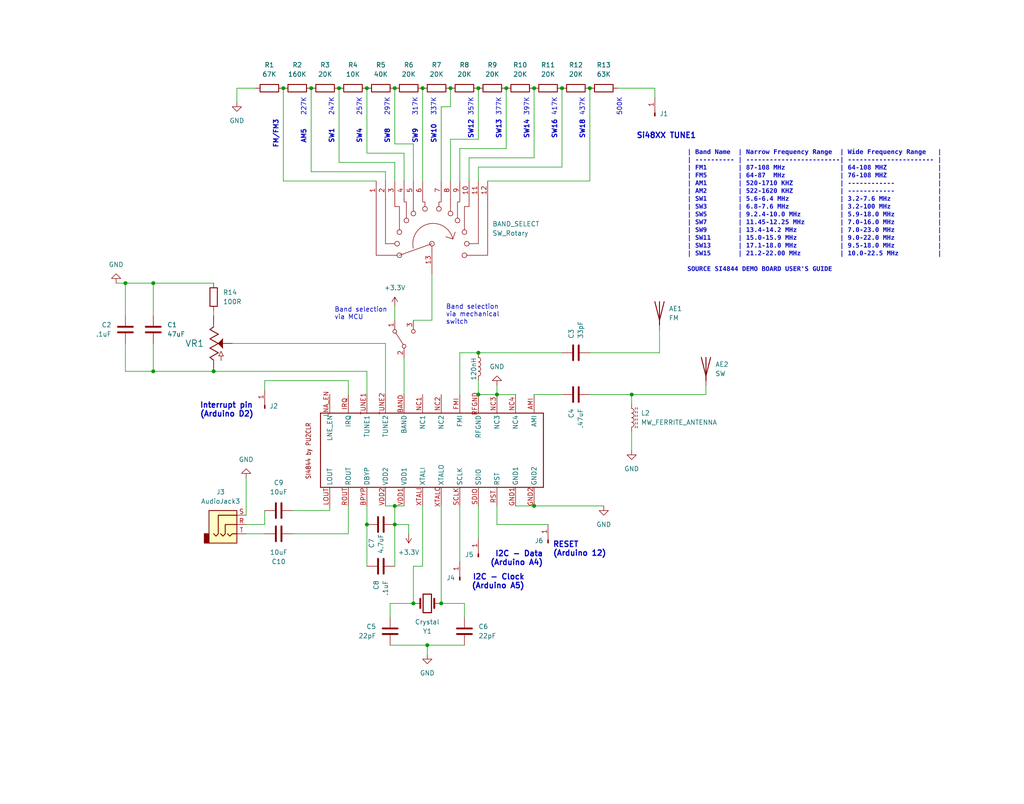
<source format=kicad_sch>
(kicad_sch (version 20230121) (generator eeschema)
  (paper "User" 280.01 220.015)
  (title_block (title "Si4827/44 Band setup example") (rev "1.0") (company "Ricardo Lima Caratti"))
  (lib_symbols
    (symbol "Connector:Conn_01x01_Pin" (pin_names (offset 1.016) hide)
      (property "Reference" "J" (at 0 2.54 0))
      (property "Value" "Conn_01x01_Pin" (at 0 -2.54 0))
      (symbol "Conn_01x01_Pin_1_1"
        (polyline (pts (xy 1.27 0) (xy 0.8636 0)) (stroke (width 0.1524)))
        (rectangle (start 0.8636 0.127) (end 0 -0.127) (stroke (width 0.1524)) (fill (type outline)))
        (pin passive line (at 5.08 0 180) (length 3.81) (name "Pin_1") (number "1"))
      )
    )
    (symbol "Connector_Audio:AudioJack3"
      (property "Reference" "J" (at 0 8.89 0))
      (property "Value" "AudioJack3" (at 0 6.35 0))
      (symbol "AudioJack3_0_1"
        (rectangle (start -5.08 -5.08) (end -6.35 -2.54) (stroke (width 0.254)) (fill (type outline)))
        (polyline (pts (xy 0 -2.54) (xy 0.635 -3.175) (xy 1.27 -2.54) (xy 2.54 -2.54)) (stroke (width 0.254)))
        (polyline (pts (xy -1.905 -2.54) (xy -1.27 -3.175) (xy -0.635 -2.54) (xy -0.635 0) (xy 2.54 0)) (stroke (width 0.254)))
        (polyline (pts (xy 2.54 2.54) (xy -2.54 2.54) (xy -2.54 -2.54) (xy -3.175 -3.175) (xy -3.81 -2.54)) (stroke (width 0.254)))
        (rectangle (start 2.54 3.81) (end -5.08 -5.08) (stroke (width 0.254)) (fill (type background)))
      )
      (symbol "AudioJack3_1_1"
        (pin passive line (at 5.08 0 180) (length 2.54) (name "~") (number "R"))
        (pin passive line (at 5.08 2.54 180) (length 2.54) (name "~") (number "S"))
        (pin passive line (at 5.08 -2.54 180) (length 2.54) (name "~") (number "T"))
      )
    )
    (symbol "Device:Antenna" (pin_numbers hide) (pin_names (offset 1.016) hide)
      (property "Reference" "AE" (at -1.905 1.905 0))
      (property "Value" "Antenna" (at -1.905 0 0))
      (symbol "Antenna_0_1"
        (polyline (pts (xy 0 2.54) (xy 0 -3.81)) (stroke (width 0.254)))
        (polyline (pts (xy 1.27 2.54) (xy 0 -2.54) (xy -1.27 2.54)) (stroke (width 0.254)))
      )
      (symbol "Antenna_1_1"
        (pin input line (at 0 -5.08 90) (length 2.54) (name "A") (number "1"))
      )
    )
    (symbol "Device:C" (pin_numbers hide) (pin_names (offset 0.254))
      (property "Reference" "C" (at 0.635 2.54 0))
      (property "Value" "C" (at 0.635 -2.54 0))
      (symbol "C_0_1"
        (polyline (pts (xy -2.032 -0.762) (xy 2.032 -0.762)) (stroke (width 0.508)))
        (polyline (pts (xy -2.032 0.762) (xy 2.032 0.762)) (stroke (width 0.508)))
      )
      (symbol "C_1_1"
        (pin passive line (at 0 3.81 270) (length 2.794) (name "~") (number "1"))
        (pin passive line (at 0 -3.81 90) (length 2.794) (name "~") (number "2"))
      )
    )
    (symbol "Device:Crystal" (pin_numbers hide) (pin_names (offset 1.016) hide)
      (property "Reference" "Y" (at 0 3.81 0))
      (property "Value" "Crystal" (at 0 -3.81 0))
      (symbol "Crystal_0_1"
        (rectangle (start -1.143 2.54) (end 1.143 -2.54) (stroke (width 0.3048)))
        (polyline (pts (xy -2.54 0) (xy -1.905 0)))
        (polyline (pts (xy -1.905 -1.27) (xy -1.905 1.27)) (stroke (width 0.508)))
        (polyline (pts (xy 1.905 -1.27) (xy 1.905 1.27)) (stroke (width 0.508)))
        (polyline (pts (xy 2.54 0) (xy 1.905 0)))
      )
      (symbol "Crystal_1_1"
        (pin passive line (at -3.81 0 0) (length 1.27) (name "1") (number "1"))
        (pin passive line (at 3.81 0 180) (length 1.27) (name "2") (number "2"))
      )
    )
    (symbol "Device:L" (pin_numbers hide) (pin_names (offset 1.016) hide)
      (property "Reference" "L" (at -1.27 0 90))
      (property "Value" "L" (at 1.905 0 90))
      (symbol "L_0_1"
        (arc (start 0 -2.54) (mid 0.6323 -1.905) (end 0 -1.27))
        (arc (start 0 -1.27) (mid 0.6323 -0.635) (end 0 0))
        (arc (start 0 0) (mid 0.6323 0.635) (end 0 1.27))
        (arc (start 0 1.27) (mid 0.6323 1.905) (end 0 2.54))
      )
      (symbol "L_1_1"
        (pin passive line (at 0 3.81 270) (length 1.27) (name "1") (number "1"))
        (pin passive line (at 0 -3.81 90) (length 1.27) (name "2") (number "2"))
      )
    )
    (symbol "Device:L_Ferrite" (pin_numbers hide) (pin_names (offset 1.016) hide)
      (property "Reference" "L" (at -1.27 0 90))
      (property "Value" "L_Ferrite" (at 2.794 0 90))
      (symbol "L_Ferrite_0_1"
        (arc (start 0 -2.54) (mid 0.6323 -1.905) (end 0 -1.27))
        (arc (start 0 -1.27) (mid 0.6323 -0.635) (end 0 0))
        (polyline (pts (xy 1.016 -2.794) (xy 1.016 -2.286)))
        (polyline (pts (xy 1.016 -1.778) (xy 1.016 -1.27)))
        (polyline (pts (xy 1.016 -0.762) (xy 1.016 -0.254)))
        (polyline (pts (xy 1.016 0.254) (xy 1.016 0.762)))
        (polyline (pts (xy 1.016 1.27) (xy 1.016 1.778)))
        (polyline (pts (xy 1.016 2.286) (xy 1.016 2.794)))
        (polyline (pts (xy 1.524 -2.286) (xy 1.524 -2.794)))
        (polyline (pts (xy 1.524 -1.27) (xy 1.524 -1.778)))
        (polyline (pts (xy 1.524 -0.254) (xy 1.524 -0.762)))
        (polyline (pts (xy 1.524 0.762) (xy 1.524 0.254)))
        (polyline (pts (xy 1.524 1.778) (xy 1.524 1.27)))
        (polyline (pts (xy 1.524 2.794) (xy 1.524 2.286)))
        (arc (start 0 0) (mid 0.6323 0.635) (end 0 1.27))
        (arc (start 0 1.27) (mid 0.6323 1.905) (end 0 2.54))
      )
      (symbol "L_Ferrite_1_1"
        (pin passive line (at 0 3.81 270) (length 1.27) (name "1") (number "1"))
        (pin passive line (at 0 -3.81 90) (length 1.27) (name "2") (number "2"))
      )
    )
    (symbol "Device:R" (pin_numbers hide) (pin_names (offset 0))
      (property "Reference" "R" (at 2.032 0 90))
      (property "Value" "R" (at 0 0 90))
      (symbol "R_0_1"
        (rectangle (start -1.016 -2.54) (end 1.016 2.54) (stroke (width 0.254)))
      )
      (symbol "R_1_1"
        (pin passive line (at 0 3.81 270) (length 1.27) (name "~") (number "1"))
        (pin passive line (at 0 -3.81 90) (length 1.27) (name "~") (number "2"))
      )
    )
    (symbol "SI4844:POTENTIOMETER-PTH-9MM-1/20W-20%"
      (property "Reference" "VR" (at 3.048 -0.254 90))
      (symbol "POTENTIOMETER-PTH-9MM-1/20W-20%_1_0"
        (polyline (pts (xy -1.016 -3.81) (xy 1.27 -2.54)) (stroke (width 0.254)))
        (polyline (pts (xy -1.016 -1.27) (xy 1.27 0)) (stroke (width 0.254)))
        (polyline (pts (xy -1.016 1.27) (xy 1.27 2.54)) (stroke (width 0.254)))
        (polyline (pts (xy -1.016 3.81) (xy 0 4.572)) (stroke (width 0.254)))
        (polyline (pts (xy 0 -5.08) (xy 0 -4.572)) (stroke (width 0.1524)))
        (polyline (pts (xy 0 -4.572) (xy -1.016 -3.81)) (stroke (width 0.254)))
        (polyline (pts (xy 0 4.572) (xy 0 5.08)) (stroke (width 0.1524)))
        (polyline (pts (xy 1.27 -2.54) (xy -1.016 -1.27)) (stroke (width 0.254)))
        (polyline (pts (xy 1.27 0) (xy -1.016 1.27)) (stroke (width 0.254)))
        (polyline (pts (xy 1.27 2.54) (xy -1.016 3.81)) (stroke (width 0.254)))
        (polyline (pts (xy 1.397 -3.429) (xy 2.032 -2.159)) (stroke (width 0.1524)))
        (polyline (pts (xy 2.032 -4.699) (xy 2.032 -3.429)) (stroke (width 0.1524)))
        (polyline (pts (xy 2.032 -3.429) (xy 1.397 -3.429)) (stroke (width 0.1524)))
        (polyline (pts (xy 2.032 -2.159) (xy 2.667 -3.429)) (stroke (width 0.1524)))
        (polyline (pts (xy 2.667 -3.429) (xy 2.032 -3.429)) (stroke (width 0.1524)))
        (polyline (pts (xy 2.54 -1.27) (xy 1.27 0) (xy 2.54 1.27)) (stroke (width 0.2032)) (fill (type outline)))
        (pin passive line (at 0 7.62 270) (length 2.54) (name "E") (number "P$1"))
        (pin passive line (at 5.08 0 180) (length 2.54) (name "S") (number "P$2"))
        (pin passive line (at 0 -7.62 90) (length 2.54) (name "A") (number "P$3"))
      )
    )
    (symbol "SI4844:SI4844"
      (symbol "SI4844_1_0"
        (polyline (pts (xy -17.78 -30.48) (xy 2.54 -30.48)) (stroke (width 0.254)))
        (polyline (pts (xy -17.78 30.48) (xy -17.78 -30.48)) (stroke (width 0.254)))
        (polyline (pts (xy 2.54 -30.48) (xy 2.54 30.48)) (stroke (width 0.254)))
        (polyline (pts (xy 2.54 30.48) (xy -17.78 30.48)) (stroke (width 0.254)))
        (text "SI4844 by PU2CLR" (at -15.24 33.02 0) (effects (font (size 1.27 1.0795)) (justify left bottom)))
        (pin bidirectional line (at -22.86 -27.94 0) (length 5.08) (name "AMI") (number "AMI"))
        (pin bidirectional line (at -22.86 7.62 0) (length 5.08) (name "BAND") (number "BAND"))
        (pin bidirectional line (at 7.62 17.78 180) (length 5.08) (name "DBYP") (number "BPYP"))
        (pin bidirectional line (at -22.86 -7.62 0) (length 5.08) (name "FMI") (number "FMI"))
        (pin bidirectional line (at 7.62 -22.86 180) (length 5.08) (name "GND1") (number "GND1"))
        (pin bidirectional line (at 7.62 -27.94 180) (length 5.08) (name "GND2") (number "GND2"))
        (pin bidirectional line (at -22.86 22.86 0) (length 5.08) (name "IRQ") (number "IRQ"))
        (pin bidirectional line (at -22.86 27.94 0) (length 5.08) (name "LNE_EN") (number "LNA_EN"))
        (pin bidirectional line (at 7.62 27.94 180) (length 5.08) (name "LOUT") (number "LOUT"))
        (pin bidirectional line (at -22.86 2.54 0) (length 5.08) (name "NC1") (number "NC1"))
        (pin bidirectional line (at -22.86 -2.54 0) (length 5.08) (name "NC2") (number "NC2"))
        (pin bidirectional line (at -22.86 -17.78 0) (length 5.08) (name "NC3") (number "NC3"))
        (pin bidirectional line (at -22.86 -22.86 0) (length 5.08) (name "NC4") (number "NC4"))
        (pin bidirectional line (at -22.86 -12.7 0) (length 5.08) (name "RFGND") (number "RFGND"))
        (pin bidirectional line (at 7.62 22.86 180) (length 5.08) (name "ROUT") (number "ROUT"))
        (pin bidirectional line (at 7.62 -17.78 180) (length 5.08) (name "RST") (number "RST"))
        (pin bidirectional line (at 7.62 -7.62 180) (length 5.08) (name "SCLK") (number "SCLK"))
        (pin bidirectional line (at 7.62 -12.7 180) (length 5.08) (name "SDIO") (number "SDIO"))
        (pin bidirectional line (at -22.86 17.78 0) (length 5.08) (name "TUNE1") (number "TUNE1"))
        (pin bidirectional line (at -22.86 12.7 0) (length 5.08) (name "TUNE2") (number "TUNE2"))
        (pin bidirectional line (at 7.62 7.62 180) (length 5.08) (name "VDD1") (number "VDD1"))
        (pin bidirectional line (at 7.62 12.7 180) (length 5.08) (name "VDD2") (number "VDD2"))
        (pin bidirectional line (at 7.62 2.54 180) (length 5.08) (name "XTALI") (number "XTALI"))
        (pin bidirectional line (at 7.62 -2.54 180) (length 5.08) (name "XTALO") (number "XTALO"))
      )
    )
    (symbol "Switch:SW_DPDT_x2" (pin_names (offset 0) hide)
      (property "Reference" "SW" (at 0 4.318 0))
      (property "Value" "SW_DPDT_x2" (at 0 -5.08 0))
      (symbol "SW_DPDT_x2_0_0"
        (circle (center -2.032 0) (radius 0.508))
        (circle (center 2.032 -2.54) (radius 0.508))
      )
      (symbol "SW_DPDT_x2_0_1"
        (polyline (pts (xy -1.524 0.254) (xy 1.651 2.286)))
        (circle (center 2.032 2.54) (radius 0.508))
      )
      (symbol "SW_DPDT_x2_1_1"
        (pin passive line (at 5.08 2.54 180) (length 2.54) (name "A") (number "1"))
        (pin passive line (at -5.08 0 0) (length 2.54) (name "B") (number "2"))
        (pin passive line (at 5.08 -2.54 180) (length 2.54) (name "C") (number "3"))
      )
      (symbol "SW_DPDT_x2_2_1"
        (pin passive line (at 5.08 2.54 180) (length 2.54) (name "A") (number "4"))
        (pin passive line (at -5.08 0 0) (length 2.54) (name "B") (number "5"))
        (pin passive line (at 5.08 -2.54 180) (length 2.54) (name "C") (number "6"))
      )
    )
    (symbol "Switch:SW_Rotary12" (pin_names (offset 1.016) hide)
      (property "Reference" "SW" (at 0 17.78 0))
      (property "Value" "SW_Rotary12" (at 0 -17.78 0))
      (symbol "SW_Rotary12_0_0"
        (circle (center -10.16 -8.89) (radius 0.635))
        (circle (center -10.16 8.89) (radius 0.635))
        (circle (center -6.985 -9.525) (radius 0.635))
        (circle (center -6.985 0) (radius 0.635))
        (circle (center -6.985 9.525) (radius 0.635))
        (arc (start -5.715 -5.715) (mid -1.5995 0.937) (end -8.255 5.08))
        (circle (center -3.81 -8.89) (radius 0.635))
        (circle (center -3.81 8.89) (radius 0.635))
        (circle (center -0.635 -6.985) (radius 0.635))
        (circle (center -0.635 6.985) (radius 0.635))
        (polyline (pts (xy -6.985 0) (xy -10.16 8.89)))
        (polyline (pts (xy -5.715 -5.715) (xy -5.08 -3.81)))
        (polyline (pts (xy -5.715 -5.715) (xy -3.81 -6.35)))
        (polyline (pts (xy 1.905 -5.08) (xy 5.08 -5.08)))
        (polyline (pts (xy 1.905 5.08) (xy 5.08 5.08)))
        (polyline (pts (xy -10.16 -9.525) (xy -10.16 -15.24) (xy 5.08 -15.24)))
        (polyline (pts (xy -10.16 9.525) (xy -10.16 15.24) (xy 5.08 15.24)))
        (polyline (pts (xy -6.985 -10.16) (xy -6.985 -12.7) (xy 5.08 -12.7)))
        (polyline (pts (xy -6.985 10.16) (xy -6.985 12.7) (xy 5.08 12.7)))
        (polyline (pts (xy -3.175 -8.89) (xy 3.175 -8.89) (xy 3.175 -10.16) (xy 5.08 -10.16)))
        (polyline (pts (xy -3.175 8.89) (xy 3.175 8.89) (xy 3.175 10.16) (xy 5.08 10.16)))
        (polyline (pts (xy 0 -6.985) (xy 4.445 -6.985) (xy 4.445 -7.62) (xy 5.08 -7.62)))
        (polyline (pts (xy 0 6.985) (xy 4.445 6.985) (xy 4.445 7.62) (xy 5.08 7.62)))
        (polyline (pts (xy 3.175 -1.905) (xy 4.445 -1.905) (xy 4.445 -2.54) (xy 5.08 -2.54)))
        (polyline (pts (xy 3.175 1.905) (xy 4.445 1.905) (xy 4.445 2.54) (xy 5.08 2.54)))
        (circle (center 1.27 -5.08) (radius 0.635))
        (circle (center 1.27 5.08) (radius 0.635))
        (circle (center 2.54 -1.905) (radius 0.635))
        (circle (center 2.54 1.905) (radius 0.635))
      )
      (symbol "SW_Rotary12_0_1"
        (pin passive line (at 10.16 15.24 180) (length 5.08) (name "1") (number "1"))
        (pin passive line (at 10.16 -10.16 180) (length 5.08) (name "10") (number "10"))
        (pin passive line (at 10.16 -12.7 180) (length 5.08) (name "11") (number "11"))
        (pin passive line (at 10.16 -15.24 180) (length 5.08) (name "12") (number "12"))
        (pin passive line (at -15.24 0 0) (length 7.62) (name "13") (number "13"))
        (pin passive line (at 10.16 12.7 180) (length 5.08) (name "2") (number "2"))
        (pin passive line (at 10.16 10.16 180) (length 5.08) (name "3") (number "3"))
        (pin passive line (at 10.16 7.62 180) (length 5.08) (name "4") (number "4"))
        (pin passive line (at 10.16 5.08 180) (length 5.08) (name "5") (number "5"))
        (pin passive line (at 10.16 2.54 180) (length 5.08) (name "6") (number "6"))
        (pin passive line (at 10.16 -2.54 180) (length 5.08) (name "7") (number "7"))
        (pin passive line (at 10.16 -5.08 180) (length 5.08) (name "8") (number "8"))
        (pin passive line (at 10.16 -7.62 180) (length 5.08) (name "9") (number "9"))
      )
    )
    (symbol "power:+3.3V" (power) (pin_names (offset 0))
      (property "Value" "+3.3V" (at 0 3.556 0))
      (symbol "+3.3V_0_1"
        (polyline (pts (xy -0.762 1.27) (xy 0 2.54)))
        (polyline (pts (xy 0 0) (xy 0 2.54)))
        (polyline (pts (xy 0 2.54) (xy 0.762 1.27)))
      )
      (symbol "+3.3V_1_1"
        (pin power_in line (at 0 0 90) (length 0) hide (name "+3.3V") (number "1"))
      )
    )
    (symbol "power:GND" (power) (pin_names (offset 0))
      (property "Value" "GND" (at 0 -3.81 0))
      (symbol "GND_0_1"
        (polyline (pts (xy 0 0) (xy 0 -1.27) (xy 1.27 -1.27) (xy 0 -2.54) (xy -1.27 -1.27) (xy 0 -1.27)))
      )
      (symbol "GND_1_1"
        (pin power_in line (at 0 0 270) (length 0) hide (name "GND") (number "1"))
      )
    )
  )
  (junction (at 153.67 24.13))
  (junction (at 172.72 107.95))
  (junction (at 116.84 176.53))
  (junction (at 41.91 101.6))
  (junction (at 107.95 24.13))
  (junction (at 138.43 24.13))
  (junction (at 120.65 165.1))
  (junction (at 100.33 143.51))
  (junction (at 113.03 165.1))
  (junction (at 58.42 101.6))
  (junction (at 135.89 107.95))
  (junction (at 92.71 24.13))
  (junction (at 77.47 24.13))
  (junction (at 146.05 24.13))
  (junction (at 161.29 24.13))
  (junction (at 130.81 96.52))
  (junction (at 146.05 138.43))
  (junction (at 85.09 24.13))
  (junction (at 100.33 24.13))
  (junction (at 130.81 107.95))
  (junction (at 107.95 143.51))
  (junction (at 130.81 24.13))
  (junction (at 34.29 77.47))
  (junction (at 107.95 138.43))
  (junction (at 115.57 24.13))
  (junction (at 123.19 24.13))
  (junction (at 41.91 77.47))
  (wire (pts (xy 116.84 176.53) (xy 116.84 179.07)))
  (wire (pts (xy 113.03 39.37) (xy 107.95 39.37)))
  (wire (pts (xy 34.29 77.47) (xy 41.91 77.47)))
  (wire (pts (xy 120.65 138.43) (xy 120.65 165.1)))
  (wire (pts (xy 127 168.91) (xy 127 165.1)))
  (wire (pts (xy 116.84 176.53) (xy 127 176.53)))
  (wire (pts (xy 41.91 77.47) (xy 41.91 86.36)))
  (wire (pts (xy 153.67 45.72) (xy 153.67 24.13)))
  (wire (pts (xy 146.05 107.95) (xy 153.67 107.95)))
  (wire (pts (xy 130.81 96.52) (xy 153.67 96.52)))
  (wire (pts (xy 111.76 146.05) (xy 111.76 143.51)))
  (wire (pts (xy 107.95 49.53) (xy 107.95 44.45)))
  (wire (pts (xy 92.71 24.13) (xy 92.71 44.45)))
  (wire (pts (xy 130.81 45.72) (xy 153.67 45.72)))
  (wire (pts (xy 120.65 29.21) (xy 123.19 29.21)))
  (wire (pts (xy 128.27 43.18) (xy 146.05 43.18)))
  (wire (pts (xy 80.01 146.05) (xy 95.25 146.05)))
  (wire (pts (xy 193.04 105.41) (xy 193.04 107.95)))
  (wire (pts (xy 130.81 104.14) (xy 130.81 107.95)))
  (wire (pts (xy 123.19 49.53) (xy 123.19 38.1)))
  (wire (pts (xy 125.73 138.43) (xy 125.73 153.67)))
  (wire (pts (xy 105.41 46.99) (xy 85.09 46.99)))
  (wire (pts (xy 118.11 74.93) (xy 118.11 87.63)))
  (wire (pts (xy 125.73 96.52) (xy 130.81 96.52)))
  (wire (pts (xy 146.05 138.43) (xy 165.1 138.43)))
  (wire (pts (xy 107.95 44.45) (xy 92.71 44.45)))
  (wire (pts (xy 107.95 138.43) (xy 110.49 138.43)))
  (wire (pts (xy 130.81 138.43) (xy 130.81 147.32)))
  (wire (pts (xy 168.91 24.13) (xy 179.07 24.13)))
  (wire (pts (xy 72.39 139.7) (xy 72.39 143.51)))
  (wire (pts (xy 113.03 154.94) (xy 115.57 154.94)))
  (wire (pts (xy 41.91 101.6) (xy 58.42 101.6)))
  (wire (pts (xy 133.35 49.53) (xy 161.29 49.53)))
  (wire (pts (xy 72.39 104.14) (xy 72.39 106.68)))
  (wire (pts (xy 130.81 49.53) (xy 130.81 45.72)))
  (wire (pts (xy 120.65 49.53) (xy 120.65 29.21)))
  (wire (pts (xy 67.31 130.81) (xy 67.31 140.97)))
  (wire (pts (xy 34.29 77.47) (xy 34.29 86.36)))
  (wire (pts (xy 115.57 154.94) (xy 115.57 138.43)))
  (wire (pts (xy 125.73 107.95) (xy 125.73 96.52)))
  (wire (pts (xy 107.95 83.82) (xy 107.95 87.63)))
  (wire (pts (xy 193.04 107.95) (xy 172.72 107.95)))
  (wire (pts (xy 113.03 87.63) (xy 118.11 87.63)))
  (wire (pts (xy 77.47 24.13) (xy 77.47 49.53)))
  (wire (pts (xy 106.68 176.53) (xy 116.84 176.53)))
  (wire (pts (xy 135.89 107.95) (xy 140.97 107.95)))
  (wire (pts (xy 41.91 77.47) (xy 58.42 77.47)))
  (wire (pts (xy 180.34 96.52) (xy 180.34 90.17)))
  (wire (pts (xy 100.33 41.91) (xy 100.33 24.13)))
  (wire (pts (xy 123.19 38.1) (xy 130.81 38.1)))
  (wire (pts (xy 138.43 24.13) (xy 138.43 40.64)))
  (wire (pts (xy 100.33 143.51) (xy 100.33 154.94)))
  (wire (pts (xy 113.03 49.53) (xy 113.03 39.37)))
  (wire (pts (xy 172.72 107.95) (xy 172.72 110.49)))
  (wire (pts (xy 115.57 24.13) (xy 115.57 49.53)))
  (wire (pts (xy 31.75 77.47) (xy 34.29 77.47)))
  (wire (pts (xy 67.31 143.51) (xy 72.39 143.51)))
  (wire (pts (xy 95.25 107.95) (xy 95.25 104.14)))
  (wire (pts (xy 107.95 143.51) (xy 107.95 154.94)))
  (wire (pts (xy 105.41 93.98) (xy 105.41 107.95)))
  (wire (pts (xy 105.41 138.43) (xy 107.95 138.43)))
  (wire (pts (xy 130.81 24.13) (xy 130.81 38.1)))
  (wire (pts (xy 106.68 165.1) (xy 113.03 165.1)))
  (wire (pts (xy 80.01 139.7) (xy 90.17 139.7)))
  (wire (pts (xy 123.19 29.21) (xy 123.19 24.13)))
  (wire (pts (xy 110.49 97.79) (xy 110.49 107.95)))
  (wire (pts (xy 100.33 101.6) (xy 100.33 107.95)))
  (wire (pts (xy 125.73 40.64) (xy 138.43 40.64)))
  (wire (pts (xy 105.41 49.53) (xy 105.41 46.99)))
  (wire (pts (xy 110.49 49.53) (xy 110.49 41.91)))
  (wire (pts (xy 41.91 93.98) (xy 41.91 101.6)))
  (wire (pts (xy 34.29 101.6) (xy 41.91 101.6)))
  (wire (pts (xy 172.72 118.11) (xy 172.72 123.19)))
  (wire (pts (xy 107.95 138.43) (xy 107.95 143.51)))
  (wire (pts (xy 135.89 143.51) (xy 149.86 143.51)))
  (wire (pts (xy 161.29 24.13) (xy 161.29 49.53)))
  (wire (pts (xy 58.42 85.09) (xy 58.42 86.36)))
  (wire (pts (xy 161.29 96.52) (xy 180.34 96.52)))
  (wire (pts (xy 135.89 105.41) (xy 135.89 107.95)))
  (wire (pts (xy 113.03 165.1) (xy 113.03 154.94)))
  (wire (pts (xy 64.77 24.13) (xy 64.77 27.94)))
  (wire (pts (xy 69.85 24.13) (xy 64.77 24.13)))
  (wire (pts (xy 161.29 107.95) (xy 172.72 107.95)))
  (wire (pts (xy 102.87 49.53) (xy 77.47 49.53)))
  (wire (pts (xy 106.68 168.91) (xy 106.68 165.1)))
  (wire (pts (xy 127 165.1) (xy 120.65 165.1)))
  (wire (pts (xy 110.49 41.91) (xy 100.33 41.91)))
  (wire (pts (xy 128.27 49.53) (xy 128.27 43.18)))
  (wire (pts (xy 63.5 93.98) (xy 105.41 93.98)))
  (wire (pts (xy 95.25 138.43) (xy 95.25 146.05)))
  (wire (pts (xy 107.95 39.37) (xy 107.95 24.13)))
  (wire (pts (xy 179.07 26.67) (xy 179.07 24.13)))
  (wire (pts (xy 95.25 104.14) (xy 72.39 104.14)))
  (wire (pts (xy 135.89 138.43) (xy 135.89 143.51)))
  (wire (pts (xy 85.09 46.99) (xy 85.09 24.13)))
  (wire (pts (xy 58.42 101.6) (xy 100.33 101.6)))
  (wire (pts (xy 125.73 40.64) (xy 125.73 49.53)))
  (wire (pts (xy 130.81 107.95) (xy 135.89 107.95)))
  (wire (pts (xy 90.17 139.7) (xy 90.17 138.43)))
  (wire (pts (xy 100.33 138.43) (xy 100.33 143.51)))
  (wire (pts (xy 146.05 24.13) (xy 146.05 43.18)))
  (wire (pts (xy 67.31 146.05) (xy 72.39 146.05)))
  (wire (pts (xy 111.76 143.51) (xy 107.95 143.51)))
  (wire (pts (xy 34.29 93.98) (xy 34.29 101.6)))
  (wire (pts (xy 140.97 138.43) (xy 146.05 138.43)))
  (text "SW8" (at 106.68 39.37 90) (effects (font (size 1.27 1.27) (thickness 0.254) bold) (justify left bottom)))
  (text "437K" (at 160.02 31.75 90) (effects (font (size 1.27 1.27)) (justify left bottom)))
  (text "417K" (at 152.4 31.75 90) (effects (font (size 1.27 1.27)) (justify left bottom)))
  (text "337K" (at 119.38 31.75 90) (effects (font (size 1.27 1.27)) (justify left bottom)))
  (text "Si48XX TUNE1" (at 173.99 38.1 0) (effects (font (size 1.5 1.5) (thickness 0.3) bold) (justify left bottom)))
  (text "500K" (at 170.18 31.75 90) (effects (font (size 1.27 1.27)) (justify left bottom)))
  (text "297K" (at 106.68 31.75 90) (effects (font (size 1.27 1.27)) (justify left bottom)))
  (text "Band selection\nvia MCU" (at 91.44 87.63 0) (effects (font (size 1.27 1.27)) (justify left bottom)))
  (text "SW14" (at 144.78 38.1 90) (effects (font (size 1.27 1.27) (thickness 0.254) bold) (justify left bottom)))
  (text "Interrupt pin\n(Arduino D2)" (at 54.61 114.3 0) (effects (font (size 1.5 1.5) (thickness 0.3) bold) (justify left bottom)))
  (text "SW12" (at 129.54 38.1 90) (effects (font (size 1.27 1.27) (thickness 0.254) bold) (justify left bottom)))
  (text "397K" (at 144.78 31.75 90) (effects (font (size 1.27 1.27)) (justify left bottom)))
  (text "SW9" (at 114.3 39.37 90) (effects (font (size 1.27 1.27) (thickness 0.254) bold) (justify left bottom)))
  (text "SW18" (at 160.02 38.1 90) (effects (font (size 1.27 1.27) (thickness 0.254) bold) (justify left bottom)))
  (text "Band selection\nvia mechanical \nswitch" (at 121.92 88.9 0) (effects (font (size 1.27 1.27)) (justify left bottom)))
  (text "AM5" (at 83.82 39.37 90) (effects (font (size 1.27 1.27) (thickness 0.254) bold) (justify left bottom)))
  (text "247K" (at 91.44 31.75 90) (effects (font (size 1.27 1.27)) (justify left bottom)))
  (text "317K" (at 114.3 31.75 90) (effects (font (size 1.27 1.27)) (justify left bottom)))
  (text "377K" (at 137.16 31.75 90) (effects (font (size 1.27 1.27)) (justify left bottom)))
  (text "SW4" (at 99.06 39.37 90) (effects (font (size 1.27 1.27) (thickness 0.254) bold) (justify left bottom)))
  (text "I2C - Clock\n(Arduino A5)" (at 143.51 161.29 0) (effects (font (size 1.5 1.5) (thickness 0.3) bold) (justify right bottom)))
  (text "257K" (at 99.06 31.75 90) (effects (font (size 1.27 1.27)) (justify left bottom)))
  (text "| Band Name  | Narrow Frequency Range  | Wide Frequency Range   |\n| ---------- | ------------------------| ---------------------- |\n| FM1        | 87-108 MHz              | 64-108 MHZ             |\n| FM5        | 64-87  MHz              | 76-108 MHZ             |\n| AM1        | 520-1710 KHZ            | ------------           |\n| AM2        | 522-1620 KHZ            | ------------           |\n| SW1        | 5.6-6.4 MHz             | 3.2-7.6 MHz            |\n| SW3        | 6.8-7.6 MHz             | 3.2-100 MHz            |\n| SW5        | 9.2.4-10.0 MHz          | 5.9-18.0 MHz           |\n| SW7        | 11.45-12.25 MHz         | 7.0-16.0 MHz           |\n| SW9        | 13.4-14.2 MHz           | 7.0-23.0 MHz           |\n| SW11       | 15.0-15.9 MHz           | 9.0-22.0 MHz           |\n| SW13       | 17.1-18.0 MHz           | 9.5-18.0 MHz           |\n| SW15       | 21.2-22.00 MHz          | 10.0-22.5 MHz          |\n\nSOURCE SI4844 DEMO BOARD USER'S GUIDE\n" (at 187.96 74.93 0) (effects (font (size 1.27 1.27) (thickness 0.254) bold) (justify left bottom)))
  (text "RESET\n(Arduino 12)" (at 151.13 152.4 0) (effects (font (size 1.5 1.5) (thickness 0.3) bold) (justify left bottom)))
  (text "357K" (at 129.54 31.75 90) (effects (font (size 1.27 1.27)) (justify left bottom)))
  (text "SW16" (at 152.4 38.1 90) (effects (font (size 1.27 1.27) (thickness 0.254) bold) (justify left bottom)))
  (text "227K" (at 83.82 31.75 90) (effects (font (size 1.27 1.27)) (justify left bottom)))
  (text "SW13" (at 137.16 38.1 90) (effects (font (size 1.27 1.27) (thickness 0.254) bold) (justify left bottom)))
  (text "FM/FM3" (at 76.2 40.64 90) (effects (font (size 1.27 1.27) (thickness 0.254) bold) (justify left bottom)))
  (text "I2C - Data\n(Arduino A4)" (at 148.59 154.94 0) (effects (font (size 1.5 1.5) (thickness 0.3) bold) (justify right bottom)))
  (text "SW1" (at 91.44 39.37 90) (effects (font (size 1.27 1.27) (thickness 0.254) bold) (justify left bottom)))
  (text "SW10" (at 119.38 39.37 90) (effects (font (size 1.27 1.27) (thickness 0.254) bold) (justify left bottom)))
  (symbol (lib_id "Connector:Conn_01x01_Pin") (at 72.39 111.76 90) (unit 1)
    (property "Reference" "J2" (at 73.66 111.125 90) (effects (justify right)))
    (property "Value" "Conn_01x01_Pin" (effects hide))
  )
  (symbol (lib_id "Connector:Conn_01x01_Pin") (at 130.81 152.4 270) (mirror x) (unit 1)
    (property "Reference" "J5" (at 129.54 151.765 90) (effects (justify right)))
    (property "Value" "Conn_01x01_Pin" (effects hide))
  )
  (symbol (lib_id "Device:R") (at 96.52 24.13 270) (unit 1)
    (property "Reference" "R4" (at 96.52 17.78 90))
    (property "Value" "10K" (at 96.52 20.32 90))
  )
  (symbol (lib_id "Device:R") (at 127 24.13 270) (unit 1)
    (property "Reference" "R8" (at 127 17.78 90))
    (property "Value" "20K" (at 127 20.32 90))
  )
  (symbol (lib_id "Device:C") (at 127 172.72 0) (unit 1)
    (property "Reference" "C6" (at 130.81 171.45 0) (effects (justify left)))
    (property "Value" "22pF" (at 130.81 173.99 0) (effects (justify left)))
  )
  (symbol (lib_id "Device:C") (at 76.2 139.7 90) (unit 1)
    (property "Reference" "C9" (at 76.2 132.08 90))
    (property "Value" "10uF" (at 76.2 134.62 90))
  )
  (symbol (lib_id "SI4844:POTENTIOMETER-PTH-9MM-1/20W-20%") (at 58.42 93.98 0) (unit 1)
    (property "Reference" "VR1" (at 55.88 93.98 0) (effects (font (size 1.778 1.778)) (justify right)))
    (property "Footprint" "SI4844_01:POT-PTH-ALPS" (effects hide))
  )
  (symbol (lib_id "Device:Antenna") (at 180.34 85.09 0) (unit 1)
    (property "Reference" "AE1" (at 182.88 84.455 0) (effects (justify left)))
    (property "Value" "FM" (at 182.88 86.995 0) (effects (justify left)))
  )
  (symbol (lib_id "Device:C") (at 104.14 143.51 90) (mirror x) (unit 1)
    (property "Reference" "C7" (at 101.6 147.32 0) (effects (justify left)))
    (property "Value" "4.7uF" (at 104.14 146.05 0) (effects (justify left)))
  )
  (symbol (lib_id "power:+3.3V") (at 111.76 146.05 0) (mirror x) (unit 1)
    (property "Reference" "#PWR07" (effects hide))
    (property "Value" "+3.3V" (at 111.76 151.13 0))
  )
  (symbol (lib_id "Device:R") (at 142.24 24.13 270) (unit 1)
    (property "Reference" "R10" (at 142.24 17.78 90))
    (property "Value" "20K" (at 142.24 20.32 90))
  )
  (symbol (lib_id "Device:Crystal") (at 116.84 165.1 0) (mirror x) (unit 1)
    (property "Reference" "Y1" (at 116.84 172.72 0))
    (property "Value" "Crystal" (at 116.84 170.18 0))
  )
  (symbol (lib_id "SI4844:SI4844") (at 118.11 130.81 90) (mirror x) (unit 1)
    (property "Reference" "SI1" (effects hide))
    (property "Footprint" "SI4844_01:SSOP24" (effects hide))
  )
  (symbol (lib_id "Device:C") (at 106.68 172.72 0) (mirror y) (unit 1)
    (property "Reference" "C5" (at 102.87 171.45 0) (effects (justify left)))
    (property "Value" "22pF" (at 102.87 173.99 0) (effects (justify left)))
  )
  (symbol (lib_id "power:GND") (at 135.89 105.41 180) (unit 1)
    (property "Reference" "#PWR04" (effects hide))
    (property "Value" "GND" (at 135.89 100.33 0))
  )
  (symbol (lib_id "Device:C") (at 104.14 154.94 90) (mirror x) (unit 1)
    (property "Reference" "C8" (at 102.87 158.75 0) (effects (justify left)))
    (property "Value" ".1uF" (at 105.41 158.75 0) (effects (justify left)))
  )
  (symbol (lib_id "power:GND") (at 116.84 179.07 0) (unit 1)
    (property "Reference" "#PWR06" (effects hide))
    (property "Value" "GND" (at 116.84 184.15 0))
  )
  (symbol (lib_id "power:+3.3V") (at 107.95 83.82 0) (unit 1)
    (property "Reference" "#PWR02" (effects hide))
    (property "Value" "+3.3V" (at 107.95 78.74 0))
  )
  (symbol (lib_id "Device:R") (at 134.62 24.13 270) (unit 1)
    (property "Reference" "R9" (at 134.62 17.78 90))
    (property "Value" "20K" (at 134.62 20.32 90))
  )
  (symbol (lib_id "Connector_Audio:AudioJack3") (at 62.23 143.51 0) (unit 1)
    (property "Reference" "J3" (at 60.325 134.62 0))
    (property "Value" "AudioJack3" (at 60.325 137.16 0))
  )
  (symbol (lib_id "Device:L_Ferrite") (at 172.72 114.3 0) (unit 1)
    (property "Reference" "L2" (at 175.26 113.03 0) (effects (justify left)))
    (property "Value" "MW_FERRITE_ANTENNA" (at 175.26 115.57 0) (effects (justify left)))
  )
  (symbol (lib_id "Device:R") (at 88.9 24.13 270) (unit 1)
    (property "Reference" "R3" (at 88.9 17.78 90))
    (property "Value" "20K" (at 88.9 20.32 90))
  )
  (symbol (lib_id "Device:C") (at 157.48 96.52 90) (unit 1)
    (property "Reference" "C3" (at 156.21 92.71 0) (effects (justify left)))
    (property "Value" "33pF" (at 158.75 92.71 0) (effects (justify left)))
  )
  (symbol (lib_id "power:GND") (at 31.75 77.47 180) (unit 1)
    (property "Reference" "#PWR03" (effects hide))
    (property "Value" "GND" (at 31.75 72.39 0))
  )
  (symbol (lib_id "Device:R") (at 111.76 24.13 270) (unit 1)
    (property "Reference" "R6" (at 111.76 17.78 90))
    (property "Value" "20K" (at 111.76 20.32 90))
  )
  (symbol (lib_id "Device:Antenna") (at 193.04 100.33 0) (unit 1)
    (property "Reference" "AE2" (at 195.58 99.695 0) (effects (justify left)))
    (property "Value" "SW" (at 195.58 102.235 0) (effects (justify left)))
  )
  (symbol (lib_id "Device:C") (at 76.2 146.05 90) (mirror x) (unit 1)
    (property "Reference" "C10" (at 76.2 153.67 90))
    (property "Value" "10uF" (at 76.2 151.13 90))
  )
  (symbol (lib_id "power:GND") (at 165.1 138.43 0) (unit 1)
    (property "Reference" "#PWR09" (effects hide))
    (property "Value" "GND" (at 165.1 143.51 0))
  )
  (symbol (lib_id "Device:C") (at 34.29 90.17 0) (mirror y) (unit 1)
    (property "Reference" "C2" (at 30.48 88.9 0) (effects (justify left)))
    (property "Value" ".1uF" (at 30.48 91.44 0) (effects (justify left)))
  )
  (symbol (lib_id "Device:R") (at 73.66 24.13 270) (unit 1)
    (property "Reference" "R1" (at 73.66 17.78 90))
    (property "Value" "67K" (at 73.66 20.32 90))
  )
  (symbol (lib_id "power:GND") (at 172.72 123.19 0) (unit 1)
    (property "Reference" "#PWR05" (effects hide))
    (property "Value" "GND" (at 172.72 128.27 0))
  )
  (symbol (lib_id "Device:C") (at 41.91 90.17 0) (unit 1)
    (property "Reference" "C1" (at 45.72 88.9 0) (effects (justify left)))
    (property "Value" "47uF" (at 45.72 91.44 0) (effects (justify left)))
  )
  (symbol (lib_id "Switch:SW_Rotary12") (at 118.11 59.69 90) (unit 1)
    (property "Reference" "BAND_SELECT" (at 134.62 61.2775 90) (effects (justify right)))
    (property "Value" "SW_Rotary" (at 134.62 63.8175 90) (effects (justify right)))
    (property "Datasheet" "http://cdn-reichelt.de/documents/datenblatt/C200/DS-Serie%23LOR.pdf" (effects hide))
  )
  (symbol (lib_id "Device:C") (at 157.48 107.95 90) (mirror x) (unit 1)
    (property "Reference" "C4" (at 156.21 111.76 0) (effects (justify left)))
    (property "Value" ".47uF" (at 158.75 111.76 0) (effects (justify left)))
  )
  (symbol (lib_id "Connector:Conn_01x01_Pin") (at 149.86 148.59 270) (mirror x) (unit 1)
    (property "Reference" "J6" (at 148.59 147.955 90) (effects (justify right)))
    (property "Value" "Conn_01x01_Pin" (effects hide))
  )
  (symbol (lib_id "Device:R") (at 149.86 24.13 270) (unit 1)
    (property "Reference" "R11" (at 149.86 17.78 90))
    (property "Value" "20K" (at 149.86 20.32 90))
  )
  (symbol (lib_id "Device:R") (at 81.28 24.13 270) (unit 1)
    (property "Reference" "R2" (at 81.28 17.78 90))
    (property "Value" "160K" (at 81.28 20.32 90))
  )
  (symbol (lib_id "Device:R") (at 104.14 24.13 270) (unit 1)
    (property "Reference" "R5" (at 104.14 17.78 90))
    (property "Value" "40K" (at 104.14 20.32 90))
  )
  (symbol (lib_id "power:GND") (at 67.31 130.81 0) (mirror x) (unit 1)
    (property "Reference" "#PWR08" (effects hide))
    (property "Value" "GND" (at 67.31 125.73 0))
  )
  (symbol (lib_id "Device:R") (at 58.42 81.28 0) (unit 1)
    (property "Reference" "R14" (at 60.96 80.01 0) (effects (justify left)))
    (property "Value" "100R" (at 60.96 82.55 0) (effects (justify left)))
  )
  (symbol (lib_id "Connector:Conn_01x01_Pin") (at 179.07 31.75 90) (unit 1)
    (property "Reference" "J1" (at 180.34 31.115 90) (effects (justify right)))
    (property "Value" "Conn_01x01_Pin" (effects hide))
  )
  (symbol (lib_id "Switch:SW_DPDT_x2") (at 110.49 92.71 90) (unit 1)
    (property "Reference" "SW1" (effects hide))
    (property "Value" "SW_DPDT_x2" (effects hide))
  )
  (symbol (lib_id "Device:R") (at 157.48 24.13 270) (unit 1)
    (property "Reference" "R12" (at 157.48 17.78 90))
    (property "Value" "20K" (at 157.48 20.32 90))
  )
  (symbol (lib_id "Device:R") (at 119.38 24.13 270) (unit 1)
    (property "Reference" "R7" (at 119.38 17.78 90))
    (property "Value" "20K" (at 119.38 20.32 90))
  )
  (symbol (lib_id "Device:R") (at 165.1 24.13 270) (unit 1)
    (property "Reference" "R13" (at 165.1 17.78 90))
    (property "Value" "63K" (at 165.1 20.32 90))
  )
  (symbol (lib_id "Connector:Conn_01x01_Pin") (at 125.73 158.75 270) (mirror x) (unit 1)
    (property "Reference" "J4" (at 124.46 158.115 90) (effects (justify right)))
    (property "Value" "Conn_01x01_Pin" (effects hide))
  )
  (symbol (lib_id "power:GND") (at 64.77 27.94 0) (unit 1)
    (property "Reference" "#PWR01" (effects hide))
    (property "Value" "GND" (at 64.77 33.02 0))
  )
  (symbol (lib_id "Device:L") (at 130.81 100.33 0) (unit 1)
    (property "Reference" "L1" (effects hide))
    (property "Value" "120nH" (at 129.54 104.14 90) (effects (justify left)))
  )
)
</source>
